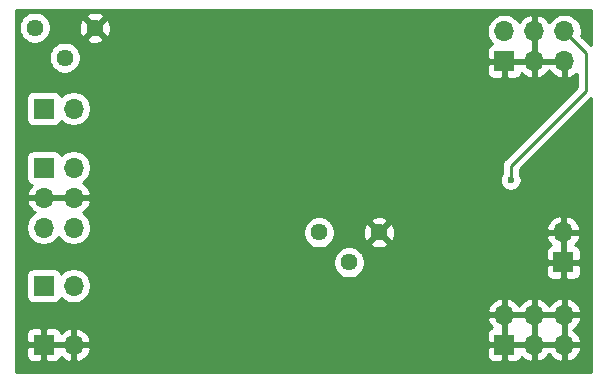
<source format=gbl>
G04 #@! TF.GenerationSoftware,KiCad,Pcbnew,5.1.5+dfsg1-2build2*
G04 #@! TF.CreationDate,2021-11-26T12:56:36+03:00*
G04 #@! TF.ProjectId,VoltReg,566f6c74-5265-4672-9e6b-696361645f70,rev?*
G04 #@! TF.SameCoordinates,Original*
G04 #@! TF.FileFunction,Copper,L2,Bot*
G04 #@! TF.FilePolarity,Positive*
%FSLAX46Y46*%
G04 Gerber Fmt 4.6, Leading zero omitted, Abs format (unit mm)*
G04 Created by KiCad (PCBNEW 5.1.5+dfsg1-2build2) date 2021-11-26 12:56:36*
%MOMM*%
%LPD*%
G04 APERTURE LIST*
%ADD10O,1.700000X1.700000*%
%ADD11R,1.700000X1.700000*%
%ADD12C,1.440000*%
%ADD13C,0.800000*%
%ADD14C,0.600000*%
%ADD15C,0.250000*%
%ADD16C,0.254000*%
G04 APERTURE END LIST*
D10*
X128080000Y-77460000D03*
X128080000Y-80000000D03*
X125540000Y-77460000D03*
X125540000Y-80000000D03*
X123000000Y-77460000D03*
D11*
X123000000Y-80000000D03*
D10*
X128000000Y-70485000D03*
D11*
X128000000Y-73025000D03*
D10*
X86540000Y-80000000D03*
D11*
X84000000Y-80000000D03*
D10*
X86540000Y-75000000D03*
D11*
X84000000Y-75000000D03*
D10*
X86540000Y-60000000D03*
D11*
X84000000Y-60000000D03*
D10*
X128080000Y-53460000D03*
X128080000Y-56000000D03*
X125540000Y-53460000D03*
X125540000Y-56000000D03*
X123000000Y-53460000D03*
D11*
X123000000Y-56000000D03*
D12*
X83248000Y-53155000D03*
X85788000Y-55695000D03*
X88328000Y-53155000D03*
X107315000Y-70485000D03*
X109855000Y-73025000D03*
X112395000Y-70485000D03*
D10*
X86540000Y-70080000D03*
X84000000Y-70080000D03*
X86540000Y-67540000D03*
X84000000Y-67540000D03*
X86540000Y-65000000D03*
D11*
X84000000Y-65000000D03*
D13*
X114353000Y-61634500D03*
X96520000Y-73025000D03*
X90170000Y-76200000D03*
X101219000Y-79375000D03*
D14*
X123547800Y-66040000D03*
D15*
X123547800Y-64847600D02*
X123547800Y-66040000D01*
X129895000Y-58500400D02*
X123547800Y-64847600D01*
X129895000Y-55275000D02*
X129895000Y-58500400D01*
X128080000Y-53460000D02*
X129895000Y-55275000D01*
D16*
G36*
X130340001Y-54645199D02*
G01*
X129521210Y-53826408D01*
X129565000Y-53606260D01*
X129565000Y-53313740D01*
X129507932Y-53026842D01*
X129395990Y-52756589D01*
X129233475Y-52513368D01*
X129026632Y-52306525D01*
X128783411Y-52144010D01*
X128513158Y-52032068D01*
X128226260Y-51975000D01*
X127933740Y-51975000D01*
X127646842Y-52032068D01*
X127376589Y-52144010D01*
X127133368Y-52306525D01*
X126926525Y-52513368D01*
X126804805Y-52695534D01*
X126735178Y-52578645D01*
X126540269Y-52362412D01*
X126306920Y-52188359D01*
X126044099Y-52063175D01*
X125896890Y-52018524D01*
X125667000Y-52139845D01*
X125667000Y-53333000D01*
X125687000Y-53333000D01*
X125687000Y-53587000D01*
X125667000Y-53587000D01*
X125667000Y-55873000D01*
X127953000Y-55873000D01*
X127953000Y-55853000D01*
X128207000Y-55853000D01*
X128207000Y-55873000D01*
X128227000Y-55873000D01*
X128227000Y-56127000D01*
X128207000Y-56127000D01*
X128207000Y-57320155D01*
X128436890Y-57441476D01*
X128584099Y-57396825D01*
X128846920Y-57271641D01*
X129080269Y-57097588D01*
X129135001Y-57036869D01*
X129135001Y-58185597D01*
X123036803Y-64283796D01*
X123007799Y-64307599D01*
X122952671Y-64374774D01*
X122912826Y-64423324D01*
X122842255Y-64555353D01*
X122842254Y-64555354D01*
X122798797Y-64698615D01*
X122787800Y-64810268D01*
X122787800Y-64810278D01*
X122784124Y-64847600D01*
X122787800Y-64884923D01*
X122787801Y-65494464D01*
X122719214Y-65597111D01*
X122648732Y-65767271D01*
X122612800Y-65947911D01*
X122612800Y-66132089D01*
X122648732Y-66312729D01*
X122719214Y-66482889D01*
X122821538Y-66636028D01*
X122951772Y-66766262D01*
X123104911Y-66868586D01*
X123275071Y-66939068D01*
X123455711Y-66975000D01*
X123639889Y-66975000D01*
X123820529Y-66939068D01*
X123990689Y-66868586D01*
X124143828Y-66766262D01*
X124274062Y-66636028D01*
X124376386Y-66482889D01*
X124446868Y-66312729D01*
X124482800Y-66132089D01*
X124482800Y-65947911D01*
X124446868Y-65767271D01*
X124376386Y-65597111D01*
X124307800Y-65494465D01*
X124307800Y-65162401D01*
X130340001Y-59130201D01*
X130340000Y-82340000D01*
X81660000Y-82340000D01*
X81660000Y-80850000D01*
X82511928Y-80850000D01*
X82524188Y-80974482D01*
X82560498Y-81094180D01*
X82619463Y-81204494D01*
X82698815Y-81301185D01*
X82795506Y-81380537D01*
X82905820Y-81439502D01*
X83025518Y-81475812D01*
X83150000Y-81488072D01*
X83714250Y-81485000D01*
X83873000Y-81326250D01*
X83873000Y-80127000D01*
X84127000Y-80127000D01*
X84127000Y-81326250D01*
X84285750Y-81485000D01*
X84850000Y-81488072D01*
X84974482Y-81475812D01*
X85094180Y-81439502D01*
X85204494Y-81380537D01*
X85301185Y-81301185D01*
X85380537Y-81204494D01*
X85439502Y-81094180D01*
X85462498Y-81018374D01*
X85658645Y-81195178D01*
X85908748Y-81344157D01*
X86183109Y-81441481D01*
X86413000Y-81320814D01*
X86413000Y-80127000D01*
X86667000Y-80127000D01*
X86667000Y-81320814D01*
X86896891Y-81441481D01*
X87171252Y-81344157D01*
X87421355Y-81195178D01*
X87637588Y-81000269D01*
X87749672Y-80850000D01*
X121511928Y-80850000D01*
X121524188Y-80974482D01*
X121560498Y-81094180D01*
X121619463Y-81204494D01*
X121698815Y-81301185D01*
X121795506Y-81380537D01*
X121905820Y-81439502D01*
X122025518Y-81475812D01*
X122150000Y-81488072D01*
X122714250Y-81485000D01*
X122873000Y-81326250D01*
X122873000Y-80127000D01*
X123127000Y-80127000D01*
X123127000Y-81326250D01*
X123285750Y-81485000D01*
X123850000Y-81488072D01*
X123974482Y-81475812D01*
X124094180Y-81439502D01*
X124204494Y-81380537D01*
X124301185Y-81301185D01*
X124380537Y-81204494D01*
X124439502Y-81094180D01*
X124463966Y-81013534D01*
X124539731Y-81097588D01*
X124773080Y-81271641D01*
X125035901Y-81396825D01*
X125183110Y-81441476D01*
X125413000Y-81320155D01*
X125413000Y-80127000D01*
X125667000Y-80127000D01*
X125667000Y-81320155D01*
X125896890Y-81441476D01*
X126044099Y-81396825D01*
X126306920Y-81271641D01*
X126540269Y-81097588D01*
X126735178Y-80881355D01*
X126810000Y-80755745D01*
X126884822Y-80881355D01*
X127079731Y-81097588D01*
X127313080Y-81271641D01*
X127575901Y-81396825D01*
X127723110Y-81441476D01*
X127953000Y-81320155D01*
X127953000Y-80127000D01*
X128207000Y-80127000D01*
X128207000Y-81320155D01*
X128436890Y-81441476D01*
X128584099Y-81396825D01*
X128846920Y-81271641D01*
X129080269Y-81097588D01*
X129275178Y-80881355D01*
X129424157Y-80631252D01*
X129521481Y-80356891D01*
X129400814Y-80127000D01*
X128207000Y-80127000D01*
X127953000Y-80127000D01*
X125667000Y-80127000D01*
X125413000Y-80127000D01*
X123127000Y-80127000D01*
X122873000Y-80127000D01*
X121673750Y-80127000D01*
X121515000Y-80285750D01*
X121511928Y-80850000D01*
X87749672Y-80850000D01*
X87811641Y-80766920D01*
X87936825Y-80504099D01*
X87981476Y-80356890D01*
X87860155Y-80127000D01*
X86667000Y-80127000D01*
X86413000Y-80127000D01*
X84127000Y-80127000D01*
X83873000Y-80127000D01*
X82673750Y-80127000D01*
X82515000Y-80285750D01*
X82511928Y-80850000D01*
X81660000Y-80850000D01*
X81660000Y-79150000D01*
X82511928Y-79150000D01*
X82515000Y-79714250D01*
X82673750Y-79873000D01*
X83873000Y-79873000D01*
X83873000Y-78673750D01*
X84127000Y-78673750D01*
X84127000Y-79873000D01*
X86413000Y-79873000D01*
X86413000Y-78679186D01*
X86667000Y-78679186D01*
X86667000Y-79873000D01*
X87860155Y-79873000D01*
X87981476Y-79643110D01*
X87936825Y-79495901D01*
X87811641Y-79233080D01*
X87749673Y-79150000D01*
X121511928Y-79150000D01*
X121515000Y-79714250D01*
X121673750Y-79873000D01*
X122873000Y-79873000D01*
X122873000Y-77587000D01*
X123127000Y-77587000D01*
X123127000Y-79873000D01*
X125413000Y-79873000D01*
X125413000Y-77587000D01*
X125667000Y-77587000D01*
X125667000Y-79873000D01*
X127953000Y-79873000D01*
X127953000Y-77587000D01*
X128207000Y-77587000D01*
X128207000Y-79873000D01*
X129400814Y-79873000D01*
X129521481Y-79643109D01*
X129424157Y-79368748D01*
X129275178Y-79118645D01*
X129080269Y-78902412D01*
X128849120Y-78730000D01*
X129080269Y-78557588D01*
X129275178Y-78341355D01*
X129424157Y-78091252D01*
X129521481Y-77816891D01*
X129400814Y-77587000D01*
X128207000Y-77587000D01*
X127953000Y-77587000D01*
X125667000Y-77587000D01*
X125413000Y-77587000D01*
X123127000Y-77587000D01*
X122873000Y-77587000D01*
X121679186Y-77587000D01*
X121558519Y-77816891D01*
X121655843Y-78091252D01*
X121804822Y-78341355D01*
X121981626Y-78537502D01*
X121905820Y-78560498D01*
X121795506Y-78619463D01*
X121698815Y-78698815D01*
X121619463Y-78795506D01*
X121560498Y-78905820D01*
X121524188Y-79025518D01*
X121511928Y-79150000D01*
X87749673Y-79150000D01*
X87637588Y-78999731D01*
X87421355Y-78804822D01*
X87171252Y-78655843D01*
X86896891Y-78558519D01*
X86667000Y-78679186D01*
X86413000Y-78679186D01*
X86183109Y-78558519D01*
X85908748Y-78655843D01*
X85658645Y-78804822D01*
X85462498Y-78981626D01*
X85439502Y-78905820D01*
X85380537Y-78795506D01*
X85301185Y-78698815D01*
X85204494Y-78619463D01*
X85094180Y-78560498D01*
X84974482Y-78524188D01*
X84850000Y-78511928D01*
X84285750Y-78515000D01*
X84127000Y-78673750D01*
X83873000Y-78673750D01*
X83714250Y-78515000D01*
X83150000Y-78511928D01*
X83025518Y-78524188D01*
X82905820Y-78560498D01*
X82795506Y-78619463D01*
X82698815Y-78698815D01*
X82619463Y-78795506D01*
X82560498Y-78905820D01*
X82524188Y-79025518D01*
X82511928Y-79150000D01*
X81660000Y-79150000D01*
X81660000Y-77103109D01*
X121558519Y-77103109D01*
X121679186Y-77333000D01*
X122873000Y-77333000D01*
X122873000Y-76139845D01*
X123127000Y-76139845D01*
X123127000Y-77333000D01*
X125413000Y-77333000D01*
X125413000Y-76139845D01*
X125667000Y-76139845D01*
X125667000Y-77333000D01*
X127953000Y-77333000D01*
X127953000Y-76139845D01*
X128207000Y-76139845D01*
X128207000Y-77333000D01*
X129400814Y-77333000D01*
X129521481Y-77103109D01*
X129424157Y-76828748D01*
X129275178Y-76578645D01*
X129080269Y-76362412D01*
X128846920Y-76188359D01*
X128584099Y-76063175D01*
X128436890Y-76018524D01*
X128207000Y-76139845D01*
X127953000Y-76139845D01*
X127723110Y-76018524D01*
X127575901Y-76063175D01*
X127313080Y-76188359D01*
X127079731Y-76362412D01*
X126884822Y-76578645D01*
X126810000Y-76704255D01*
X126735178Y-76578645D01*
X126540269Y-76362412D01*
X126306920Y-76188359D01*
X126044099Y-76063175D01*
X125896890Y-76018524D01*
X125667000Y-76139845D01*
X125413000Y-76139845D01*
X125183110Y-76018524D01*
X125035901Y-76063175D01*
X124773080Y-76188359D01*
X124539731Y-76362412D01*
X124344822Y-76578645D01*
X124270000Y-76704255D01*
X124195178Y-76578645D01*
X124000269Y-76362412D01*
X123766920Y-76188359D01*
X123504099Y-76063175D01*
X123356890Y-76018524D01*
X123127000Y-76139845D01*
X122873000Y-76139845D01*
X122643110Y-76018524D01*
X122495901Y-76063175D01*
X122233080Y-76188359D01*
X121999731Y-76362412D01*
X121804822Y-76578645D01*
X121655843Y-76828748D01*
X121558519Y-77103109D01*
X81660000Y-77103109D01*
X81660000Y-74150000D01*
X82511928Y-74150000D01*
X82511928Y-75850000D01*
X82524188Y-75974482D01*
X82560498Y-76094180D01*
X82619463Y-76204494D01*
X82698815Y-76301185D01*
X82795506Y-76380537D01*
X82905820Y-76439502D01*
X83025518Y-76475812D01*
X83150000Y-76488072D01*
X84850000Y-76488072D01*
X84974482Y-76475812D01*
X85094180Y-76439502D01*
X85204494Y-76380537D01*
X85301185Y-76301185D01*
X85380537Y-76204494D01*
X85439502Y-76094180D01*
X85461513Y-76021620D01*
X85593368Y-76153475D01*
X85836589Y-76315990D01*
X86106842Y-76427932D01*
X86393740Y-76485000D01*
X86686260Y-76485000D01*
X86973158Y-76427932D01*
X87243411Y-76315990D01*
X87486632Y-76153475D01*
X87693475Y-75946632D01*
X87855990Y-75703411D01*
X87967932Y-75433158D01*
X88025000Y-75146260D01*
X88025000Y-74853740D01*
X87967932Y-74566842D01*
X87855990Y-74296589D01*
X87693475Y-74053368D01*
X87486632Y-73846525D01*
X87243411Y-73684010D01*
X86973158Y-73572068D01*
X86686260Y-73515000D01*
X86393740Y-73515000D01*
X86106842Y-73572068D01*
X85836589Y-73684010D01*
X85593368Y-73846525D01*
X85461513Y-73978380D01*
X85439502Y-73905820D01*
X85380537Y-73795506D01*
X85301185Y-73698815D01*
X85204494Y-73619463D01*
X85094180Y-73560498D01*
X84974482Y-73524188D01*
X84850000Y-73511928D01*
X83150000Y-73511928D01*
X83025518Y-73524188D01*
X82905820Y-73560498D01*
X82795506Y-73619463D01*
X82698815Y-73698815D01*
X82619463Y-73795506D01*
X82560498Y-73905820D01*
X82524188Y-74025518D01*
X82511928Y-74150000D01*
X81660000Y-74150000D01*
X81660000Y-72891544D01*
X108500000Y-72891544D01*
X108500000Y-73158456D01*
X108552072Y-73420239D01*
X108654215Y-73666833D01*
X108802503Y-73888762D01*
X108991238Y-74077497D01*
X109213167Y-74225785D01*
X109459761Y-74327928D01*
X109721544Y-74380000D01*
X109988456Y-74380000D01*
X110250239Y-74327928D01*
X110496833Y-74225785D01*
X110718762Y-74077497D01*
X110907497Y-73888762D01*
X110916692Y-73875000D01*
X126511928Y-73875000D01*
X126524188Y-73999482D01*
X126560498Y-74119180D01*
X126619463Y-74229494D01*
X126698815Y-74326185D01*
X126795506Y-74405537D01*
X126905820Y-74464502D01*
X127025518Y-74500812D01*
X127150000Y-74513072D01*
X127714250Y-74510000D01*
X127873000Y-74351250D01*
X127873000Y-73152000D01*
X128127000Y-73152000D01*
X128127000Y-74351250D01*
X128285750Y-74510000D01*
X128850000Y-74513072D01*
X128974482Y-74500812D01*
X129094180Y-74464502D01*
X129204494Y-74405537D01*
X129301185Y-74326185D01*
X129380537Y-74229494D01*
X129439502Y-74119180D01*
X129475812Y-73999482D01*
X129488072Y-73875000D01*
X129485000Y-73310750D01*
X129326250Y-73152000D01*
X128127000Y-73152000D01*
X127873000Y-73152000D01*
X126673750Y-73152000D01*
X126515000Y-73310750D01*
X126511928Y-73875000D01*
X110916692Y-73875000D01*
X111055785Y-73666833D01*
X111157928Y-73420239D01*
X111210000Y-73158456D01*
X111210000Y-72891544D01*
X111157928Y-72629761D01*
X111055785Y-72383167D01*
X110916693Y-72175000D01*
X126511928Y-72175000D01*
X126515000Y-72739250D01*
X126673750Y-72898000D01*
X127873000Y-72898000D01*
X127873000Y-70612000D01*
X128127000Y-70612000D01*
X128127000Y-72898000D01*
X129326250Y-72898000D01*
X129485000Y-72739250D01*
X129488072Y-72175000D01*
X129475812Y-72050518D01*
X129439502Y-71930820D01*
X129380537Y-71820506D01*
X129301185Y-71723815D01*
X129204494Y-71644463D01*
X129094180Y-71585498D01*
X129018374Y-71562502D01*
X129195178Y-71366355D01*
X129344157Y-71116252D01*
X129441481Y-70841891D01*
X129320814Y-70612000D01*
X128127000Y-70612000D01*
X127873000Y-70612000D01*
X126679186Y-70612000D01*
X126558519Y-70841891D01*
X126655843Y-71116252D01*
X126804822Y-71366355D01*
X126981626Y-71562502D01*
X126905820Y-71585498D01*
X126795506Y-71644463D01*
X126698815Y-71723815D01*
X126619463Y-71820506D01*
X126560498Y-71930820D01*
X126524188Y-72050518D01*
X126511928Y-72175000D01*
X110916693Y-72175000D01*
X110907497Y-72161238D01*
X110718762Y-71972503D01*
X110496833Y-71824215D01*
X110250239Y-71722072D01*
X109988456Y-71670000D01*
X109721544Y-71670000D01*
X109459761Y-71722072D01*
X109213167Y-71824215D01*
X108991238Y-71972503D01*
X108802503Y-72161238D01*
X108654215Y-72383167D01*
X108552072Y-72629761D01*
X108500000Y-72891544D01*
X81660000Y-72891544D01*
X81660000Y-69933740D01*
X82515000Y-69933740D01*
X82515000Y-70226260D01*
X82572068Y-70513158D01*
X82684010Y-70783411D01*
X82846525Y-71026632D01*
X83053368Y-71233475D01*
X83296589Y-71395990D01*
X83566842Y-71507932D01*
X83853740Y-71565000D01*
X84146260Y-71565000D01*
X84433158Y-71507932D01*
X84703411Y-71395990D01*
X84946632Y-71233475D01*
X85153475Y-71026632D01*
X85270000Y-70852240D01*
X85386525Y-71026632D01*
X85593368Y-71233475D01*
X85836589Y-71395990D01*
X86106842Y-71507932D01*
X86393740Y-71565000D01*
X86686260Y-71565000D01*
X86973158Y-71507932D01*
X87243411Y-71395990D01*
X87486632Y-71233475D01*
X87693475Y-71026632D01*
X87855990Y-70783411D01*
X87967932Y-70513158D01*
X88000079Y-70351544D01*
X105960000Y-70351544D01*
X105960000Y-70618456D01*
X106012072Y-70880239D01*
X106114215Y-71126833D01*
X106262503Y-71348762D01*
X106451238Y-71537497D01*
X106673167Y-71685785D01*
X106919761Y-71787928D01*
X107181544Y-71840000D01*
X107448456Y-71840000D01*
X107710239Y-71787928D01*
X107956833Y-71685785D01*
X108178762Y-71537497D01*
X108295699Y-71420560D01*
X111639045Y-71420560D01*
X111700932Y-71656368D01*
X111942790Y-71769266D01*
X112202027Y-71832811D01*
X112468680Y-71844561D01*
X112732501Y-71804063D01*
X112983353Y-71712875D01*
X113089068Y-71656368D01*
X113150955Y-71420560D01*
X112395000Y-70664605D01*
X111639045Y-71420560D01*
X108295699Y-71420560D01*
X108367497Y-71348762D01*
X108515785Y-71126833D01*
X108617928Y-70880239D01*
X108670000Y-70618456D01*
X108670000Y-70558680D01*
X111035439Y-70558680D01*
X111075937Y-70822501D01*
X111167125Y-71073353D01*
X111223632Y-71179068D01*
X111459440Y-71240955D01*
X112215395Y-70485000D01*
X112574605Y-70485000D01*
X113330560Y-71240955D01*
X113566368Y-71179068D01*
X113679266Y-70937210D01*
X113742811Y-70677973D01*
X113754561Y-70411320D01*
X113714063Y-70147499D01*
X113707015Y-70128109D01*
X126558519Y-70128109D01*
X126679186Y-70358000D01*
X127873000Y-70358000D01*
X127873000Y-69164845D01*
X128127000Y-69164845D01*
X128127000Y-70358000D01*
X129320814Y-70358000D01*
X129441481Y-70128109D01*
X129344157Y-69853748D01*
X129195178Y-69603645D01*
X129000269Y-69387412D01*
X128766920Y-69213359D01*
X128504099Y-69088175D01*
X128356890Y-69043524D01*
X128127000Y-69164845D01*
X127873000Y-69164845D01*
X127643110Y-69043524D01*
X127495901Y-69088175D01*
X127233080Y-69213359D01*
X126999731Y-69387412D01*
X126804822Y-69603645D01*
X126655843Y-69853748D01*
X126558519Y-70128109D01*
X113707015Y-70128109D01*
X113622875Y-69896647D01*
X113566368Y-69790932D01*
X113330560Y-69729045D01*
X112574605Y-70485000D01*
X112215395Y-70485000D01*
X111459440Y-69729045D01*
X111223632Y-69790932D01*
X111110734Y-70032790D01*
X111047189Y-70292027D01*
X111035439Y-70558680D01*
X108670000Y-70558680D01*
X108670000Y-70351544D01*
X108617928Y-70089761D01*
X108515785Y-69843167D01*
X108367497Y-69621238D01*
X108295699Y-69549440D01*
X111639045Y-69549440D01*
X112395000Y-70305395D01*
X113150955Y-69549440D01*
X113089068Y-69313632D01*
X112847210Y-69200734D01*
X112587973Y-69137189D01*
X112321320Y-69125439D01*
X112057499Y-69165937D01*
X111806647Y-69257125D01*
X111700932Y-69313632D01*
X111639045Y-69549440D01*
X108295699Y-69549440D01*
X108178762Y-69432503D01*
X107956833Y-69284215D01*
X107710239Y-69182072D01*
X107448456Y-69130000D01*
X107181544Y-69130000D01*
X106919761Y-69182072D01*
X106673167Y-69284215D01*
X106451238Y-69432503D01*
X106262503Y-69621238D01*
X106114215Y-69843167D01*
X106012072Y-70089761D01*
X105960000Y-70351544D01*
X88000079Y-70351544D01*
X88025000Y-70226260D01*
X88025000Y-69933740D01*
X87967932Y-69646842D01*
X87855990Y-69376589D01*
X87693475Y-69133368D01*
X87486632Y-68926525D01*
X87304466Y-68804805D01*
X87421355Y-68735178D01*
X87637588Y-68540269D01*
X87811641Y-68306920D01*
X87936825Y-68044099D01*
X87981476Y-67896890D01*
X87860155Y-67667000D01*
X86667000Y-67667000D01*
X86667000Y-67687000D01*
X86413000Y-67687000D01*
X86413000Y-67667000D01*
X84127000Y-67667000D01*
X84127000Y-67687000D01*
X83873000Y-67687000D01*
X83873000Y-67667000D01*
X82679845Y-67667000D01*
X82558524Y-67896890D01*
X82603175Y-68044099D01*
X82728359Y-68306920D01*
X82902412Y-68540269D01*
X83118645Y-68735178D01*
X83235534Y-68804805D01*
X83053368Y-68926525D01*
X82846525Y-69133368D01*
X82684010Y-69376589D01*
X82572068Y-69646842D01*
X82515000Y-69933740D01*
X81660000Y-69933740D01*
X81660000Y-64150000D01*
X82511928Y-64150000D01*
X82511928Y-65850000D01*
X82524188Y-65974482D01*
X82560498Y-66094180D01*
X82619463Y-66204494D01*
X82698815Y-66301185D01*
X82795506Y-66380537D01*
X82905820Y-66439502D01*
X82986466Y-66463966D01*
X82902412Y-66539731D01*
X82728359Y-66773080D01*
X82603175Y-67035901D01*
X82558524Y-67183110D01*
X82679845Y-67413000D01*
X83873000Y-67413000D01*
X83873000Y-67393000D01*
X84127000Y-67393000D01*
X84127000Y-67413000D01*
X86413000Y-67413000D01*
X86413000Y-67393000D01*
X86667000Y-67393000D01*
X86667000Y-67413000D01*
X87860155Y-67413000D01*
X87981476Y-67183110D01*
X87936825Y-67035901D01*
X87811641Y-66773080D01*
X87637588Y-66539731D01*
X87421355Y-66344822D01*
X87304466Y-66275195D01*
X87486632Y-66153475D01*
X87693475Y-65946632D01*
X87855990Y-65703411D01*
X87967932Y-65433158D01*
X88025000Y-65146260D01*
X88025000Y-64853740D01*
X87967932Y-64566842D01*
X87855990Y-64296589D01*
X87693475Y-64053368D01*
X87486632Y-63846525D01*
X87243411Y-63684010D01*
X86973158Y-63572068D01*
X86686260Y-63515000D01*
X86393740Y-63515000D01*
X86106842Y-63572068D01*
X85836589Y-63684010D01*
X85593368Y-63846525D01*
X85461513Y-63978380D01*
X85439502Y-63905820D01*
X85380537Y-63795506D01*
X85301185Y-63698815D01*
X85204494Y-63619463D01*
X85094180Y-63560498D01*
X84974482Y-63524188D01*
X84850000Y-63511928D01*
X83150000Y-63511928D01*
X83025518Y-63524188D01*
X82905820Y-63560498D01*
X82795506Y-63619463D01*
X82698815Y-63698815D01*
X82619463Y-63795506D01*
X82560498Y-63905820D01*
X82524188Y-64025518D01*
X82511928Y-64150000D01*
X81660000Y-64150000D01*
X81660000Y-59150000D01*
X82511928Y-59150000D01*
X82511928Y-60850000D01*
X82524188Y-60974482D01*
X82560498Y-61094180D01*
X82619463Y-61204494D01*
X82698815Y-61301185D01*
X82795506Y-61380537D01*
X82905820Y-61439502D01*
X83025518Y-61475812D01*
X83150000Y-61488072D01*
X84850000Y-61488072D01*
X84974482Y-61475812D01*
X85094180Y-61439502D01*
X85204494Y-61380537D01*
X85301185Y-61301185D01*
X85380537Y-61204494D01*
X85439502Y-61094180D01*
X85461513Y-61021620D01*
X85593368Y-61153475D01*
X85836589Y-61315990D01*
X86106842Y-61427932D01*
X86393740Y-61485000D01*
X86686260Y-61485000D01*
X86973158Y-61427932D01*
X87243411Y-61315990D01*
X87486632Y-61153475D01*
X87693475Y-60946632D01*
X87855990Y-60703411D01*
X87967932Y-60433158D01*
X88025000Y-60146260D01*
X88025000Y-59853740D01*
X87967932Y-59566842D01*
X87855990Y-59296589D01*
X87693475Y-59053368D01*
X87486632Y-58846525D01*
X87243411Y-58684010D01*
X86973158Y-58572068D01*
X86686260Y-58515000D01*
X86393740Y-58515000D01*
X86106842Y-58572068D01*
X85836589Y-58684010D01*
X85593368Y-58846525D01*
X85461513Y-58978380D01*
X85439502Y-58905820D01*
X85380537Y-58795506D01*
X85301185Y-58698815D01*
X85204494Y-58619463D01*
X85094180Y-58560498D01*
X84974482Y-58524188D01*
X84850000Y-58511928D01*
X83150000Y-58511928D01*
X83025518Y-58524188D01*
X82905820Y-58560498D01*
X82795506Y-58619463D01*
X82698815Y-58698815D01*
X82619463Y-58795506D01*
X82560498Y-58905820D01*
X82524188Y-59025518D01*
X82511928Y-59150000D01*
X81660000Y-59150000D01*
X81660000Y-55561544D01*
X84433000Y-55561544D01*
X84433000Y-55828456D01*
X84485072Y-56090239D01*
X84587215Y-56336833D01*
X84735503Y-56558762D01*
X84924238Y-56747497D01*
X85146167Y-56895785D01*
X85392761Y-56997928D01*
X85654544Y-57050000D01*
X85921456Y-57050000D01*
X86183239Y-56997928D01*
X86429833Y-56895785D01*
X86498355Y-56850000D01*
X121511928Y-56850000D01*
X121524188Y-56974482D01*
X121560498Y-57094180D01*
X121619463Y-57204494D01*
X121698815Y-57301185D01*
X121795506Y-57380537D01*
X121905820Y-57439502D01*
X122025518Y-57475812D01*
X122150000Y-57488072D01*
X122714250Y-57485000D01*
X122873000Y-57326250D01*
X122873000Y-56127000D01*
X123127000Y-56127000D01*
X123127000Y-57326250D01*
X123285750Y-57485000D01*
X123850000Y-57488072D01*
X123974482Y-57475812D01*
X124094180Y-57439502D01*
X124204494Y-57380537D01*
X124301185Y-57301185D01*
X124380537Y-57204494D01*
X124439502Y-57094180D01*
X124463966Y-57013534D01*
X124539731Y-57097588D01*
X124773080Y-57271641D01*
X125035901Y-57396825D01*
X125183110Y-57441476D01*
X125413000Y-57320155D01*
X125413000Y-56127000D01*
X125667000Y-56127000D01*
X125667000Y-57320155D01*
X125896890Y-57441476D01*
X126044099Y-57396825D01*
X126306920Y-57271641D01*
X126540269Y-57097588D01*
X126735178Y-56881355D01*
X126810000Y-56755745D01*
X126884822Y-56881355D01*
X127079731Y-57097588D01*
X127313080Y-57271641D01*
X127575901Y-57396825D01*
X127723110Y-57441476D01*
X127953000Y-57320155D01*
X127953000Y-56127000D01*
X125667000Y-56127000D01*
X125413000Y-56127000D01*
X123127000Y-56127000D01*
X122873000Y-56127000D01*
X121673750Y-56127000D01*
X121515000Y-56285750D01*
X121511928Y-56850000D01*
X86498355Y-56850000D01*
X86651762Y-56747497D01*
X86840497Y-56558762D01*
X86988785Y-56336833D01*
X87090928Y-56090239D01*
X87143000Y-55828456D01*
X87143000Y-55561544D01*
X87090928Y-55299761D01*
X87028895Y-55150000D01*
X121511928Y-55150000D01*
X121515000Y-55714250D01*
X121673750Y-55873000D01*
X122873000Y-55873000D01*
X122873000Y-55853000D01*
X123127000Y-55853000D01*
X123127000Y-55873000D01*
X125413000Y-55873000D01*
X125413000Y-53587000D01*
X125393000Y-53587000D01*
X125393000Y-53333000D01*
X125413000Y-53333000D01*
X125413000Y-52139845D01*
X125183110Y-52018524D01*
X125035901Y-52063175D01*
X124773080Y-52188359D01*
X124539731Y-52362412D01*
X124344822Y-52578645D01*
X124275195Y-52695534D01*
X124153475Y-52513368D01*
X123946632Y-52306525D01*
X123703411Y-52144010D01*
X123433158Y-52032068D01*
X123146260Y-51975000D01*
X122853740Y-51975000D01*
X122566842Y-52032068D01*
X122296589Y-52144010D01*
X122053368Y-52306525D01*
X121846525Y-52513368D01*
X121684010Y-52756589D01*
X121572068Y-53026842D01*
X121515000Y-53313740D01*
X121515000Y-53606260D01*
X121572068Y-53893158D01*
X121684010Y-54163411D01*
X121846525Y-54406632D01*
X121978380Y-54538487D01*
X121905820Y-54560498D01*
X121795506Y-54619463D01*
X121698815Y-54698815D01*
X121619463Y-54795506D01*
X121560498Y-54905820D01*
X121524188Y-55025518D01*
X121511928Y-55150000D01*
X87028895Y-55150000D01*
X86988785Y-55053167D01*
X86840497Y-54831238D01*
X86651762Y-54642503D01*
X86429833Y-54494215D01*
X86183239Y-54392072D01*
X85921456Y-54340000D01*
X85654544Y-54340000D01*
X85392761Y-54392072D01*
X85146167Y-54494215D01*
X84924238Y-54642503D01*
X84735503Y-54831238D01*
X84587215Y-55053167D01*
X84485072Y-55299761D01*
X84433000Y-55561544D01*
X81660000Y-55561544D01*
X81660000Y-53021544D01*
X81893000Y-53021544D01*
X81893000Y-53288456D01*
X81945072Y-53550239D01*
X82047215Y-53796833D01*
X82195503Y-54018762D01*
X82384238Y-54207497D01*
X82606167Y-54355785D01*
X82852761Y-54457928D01*
X83114544Y-54510000D01*
X83381456Y-54510000D01*
X83643239Y-54457928D01*
X83889833Y-54355785D01*
X84111762Y-54207497D01*
X84228699Y-54090560D01*
X87572045Y-54090560D01*
X87633932Y-54326368D01*
X87875790Y-54439266D01*
X88135027Y-54502811D01*
X88401680Y-54514561D01*
X88665501Y-54474063D01*
X88916353Y-54382875D01*
X89022068Y-54326368D01*
X89083955Y-54090560D01*
X88328000Y-53334605D01*
X87572045Y-54090560D01*
X84228699Y-54090560D01*
X84300497Y-54018762D01*
X84448785Y-53796833D01*
X84550928Y-53550239D01*
X84603000Y-53288456D01*
X84603000Y-53228680D01*
X86968439Y-53228680D01*
X87008937Y-53492501D01*
X87100125Y-53743353D01*
X87156632Y-53849068D01*
X87392440Y-53910955D01*
X88148395Y-53155000D01*
X88507605Y-53155000D01*
X89263560Y-53910955D01*
X89499368Y-53849068D01*
X89612266Y-53607210D01*
X89675811Y-53347973D01*
X89687561Y-53081320D01*
X89647063Y-52817499D01*
X89555875Y-52566647D01*
X89499368Y-52460932D01*
X89263560Y-52399045D01*
X88507605Y-53155000D01*
X88148395Y-53155000D01*
X87392440Y-52399045D01*
X87156632Y-52460932D01*
X87043734Y-52702790D01*
X86980189Y-52962027D01*
X86968439Y-53228680D01*
X84603000Y-53228680D01*
X84603000Y-53021544D01*
X84550928Y-52759761D01*
X84448785Y-52513167D01*
X84300497Y-52291238D01*
X84228699Y-52219440D01*
X87572045Y-52219440D01*
X88328000Y-52975395D01*
X89083955Y-52219440D01*
X89022068Y-51983632D01*
X88780210Y-51870734D01*
X88520973Y-51807189D01*
X88254320Y-51795439D01*
X87990499Y-51835937D01*
X87739647Y-51927125D01*
X87633932Y-51983632D01*
X87572045Y-52219440D01*
X84228699Y-52219440D01*
X84111762Y-52102503D01*
X83889833Y-51954215D01*
X83643239Y-51852072D01*
X83381456Y-51800000D01*
X83114544Y-51800000D01*
X82852761Y-51852072D01*
X82606167Y-51954215D01*
X82384238Y-52102503D01*
X82195503Y-52291238D01*
X82047215Y-52513167D01*
X81945072Y-52759761D01*
X81893000Y-53021544D01*
X81660000Y-53021544D01*
X81660000Y-51660000D01*
X130340001Y-51660000D01*
X130340001Y-54645199D01*
G37*
X130340001Y-54645199D02*
X129521210Y-53826408D01*
X129565000Y-53606260D01*
X129565000Y-53313740D01*
X129507932Y-53026842D01*
X129395990Y-52756589D01*
X129233475Y-52513368D01*
X129026632Y-52306525D01*
X128783411Y-52144010D01*
X128513158Y-52032068D01*
X128226260Y-51975000D01*
X127933740Y-51975000D01*
X127646842Y-52032068D01*
X127376589Y-52144010D01*
X127133368Y-52306525D01*
X126926525Y-52513368D01*
X126804805Y-52695534D01*
X126735178Y-52578645D01*
X126540269Y-52362412D01*
X126306920Y-52188359D01*
X126044099Y-52063175D01*
X125896890Y-52018524D01*
X125667000Y-52139845D01*
X125667000Y-53333000D01*
X125687000Y-53333000D01*
X125687000Y-53587000D01*
X125667000Y-53587000D01*
X125667000Y-55873000D01*
X127953000Y-55873000D01*
X127953000Y-55853000D01*
X128207000Y-55853000D01*
X128207000Y-55873000D01*
X128227000Y-55873000D01*
X128227000Y-56127000D01*
X128207000Y-56127000D01*
X128207000Y-57320155D01*
X128436890Y-57441476D01*
X128584099Y-57396825D01*
X128846920Y-57271641D01*
X129080269Y-57097588D01*
X129135001Y-57036869D01*
X129135001Y-58185597D01*
X123036803Y-64283796D01*
X123007799Y-64307599D01*
X122952671Y-64374774D01*
X122912826Y-64423324D01*
X122842255Y-64555353D01*
X122842254Y-64555354D01*
X122798797Y-64698615D01*
X122787800Y-64810268D01*
X122787800Y-64810278D01*
X122784124Y-64847600D01*
X122787800Y-64884923D01*
X122787801Y-65494464D01*
X122719214Y-65597111D01*
X122648732Y-65767271D01*
X122612800Y-65947911D01*
X122612800Y-66132089D01*
X122648732Y-66312729D01*
X122719214Y-66482889D01*
X122821538Y-66636028D01*
X122951772Y-66766262D01*
X123104911Y-66868586D01*
X123275071Y-66939068D01*
X123455711Y-66975000D01*
X123639889Y-66975000D01*
X123820529Y-66939068D01*
X123990689Y-66868586D01*
X124143828Y-66766262D01*
X124274062Y-66636028D01*
X124376386Y-66482889D01*
X124446868Y-66312729D01*
X124482800Y-66132089D01*
X124482800Y-65947911D01*
X124446868Y-65767271D01*
X124376386Y-65597111D01*
X124307800Y-65494465D01*
X124307800Y-65162401D01*
X130340001Y-59130201D01*
X130340000Y-82340000D01*
X81660000Y-82340000D01*
X81660000Y-80850000D01*
X82511928Y-80850000D01*
X82524188Y-80974482D01*
X82560498Y-81094180D01*
X82619463Y-81204494D01*
X82698815Y-81301185D01*
X82795506Y-81380537D01*
X82905820Y-81439502D01*
X83025518Y-81475812D01*
X83150000Y-81488072D01*
X83714250Y-81485000D01*
X83873000Y-81326250D01*
X83873000Y-80127000D01*
X84127000Y-80127000D01*
X84127000Y-81326250D01*
X84285750Y-81485000D01*
X84850000Y-81488072D01*
X84974482Y-81475812D01*
X85094180Y-81439502D01*
X85204494Y-81380537D01*
X85301185Y-81301185D01*
X85380537Y-81204494D01*
X85439502Y-81094180D01*
X85462498Y-81018374D01*
X85658645Y-81195178D01*
X85908748Y-81344157D01*
X86183109Y-81441481D01*
X86413000Y-81320814D01*
X86413000Y-80127000D01*
X86667000Y-80127000D01*
X86667000Y-81320814D01*
X86896891Y-81441481D01*
X87171252Y-81344157D01*
X87421355Y-81195178D01*
X87637588Y-81000269D01*
X87749672Y-80850000D01*
X121511928Y-80850000D01*
X121524188Y-80974482D01*
X121560498Y-81094180D01*
X121619463Y-81204494D01*
X121698815Y-81301185D01*
X121795506Y-81380537D01*
X121905820Y-81439502D01*
X122025518Y-81475812D01*
X122150000Y-81488072D01*
X122714250Y-81485000D01*
X122873000Y-81326250D01*
X122873000Y-80127000D01*
X123127000Y-80127000D01*
X123127000Y-81326250D01*
X123285750Y-81485000D01*
X123850000Y-81488072D01*
X123974482Y-81475812D01*
X124094180Y-81439502D01*
X124204494Y-81380537D01*
X124301185Y-81301185D01*
X124380537Y-81204494D01*
X124439502Y-81094180D01*
X124463966Y-81013534D01*
X124539731Y-81097588D01*
X124773080Y-81271641D01*
X125035901Y-81396825D01*
X125183110Y-81441476D01*
X125413000Y-81320155D01*
X125413000Y-80127000D01*
X125667000Y-80127000D01*
X125667000Y-81320155D01*
X125896890Y-81441476D01*
X126044099Y-81396825D01*
X126306920Y-81271641D01*
X126540269Y-81097588D01*
X126735178Y-80881355D01*
X126810000Y-80755745D01*
X126884822Y-80881355D01*
X127079731Y-81097588D01*
X127313080Y-81271641D01*
X127575901Y-81396825D01*
X127723110Y-81441476D01*
X127953000Y-81320155D01*
X127953000Y-80127000D01*
X128207000Y-80127000D01*
X128207000Y-81320155D01*
X128436890Y-81441476D01*
X128584099Y-81396825D01*
X128846920Y-81271641D01*
X129080269Y-81097588D01*
X129275178Y-80881355D01*
X129424157Y-80631252D01*
X129521481Y-80356891D01*
X129400814Y-80127000D01*
X128207000Y-80127000D01*
X127953000Y-80127000D01*
X125667000Y-80127000D01*
X125413000Y-80127000D01*
X123127000Y-80127000D01*
X122873000Y-80127000D01*
X121673750Y-80127000D01*
X121515000Y-80285750D01*
X121511928Y-80850000D01*
X87749672Y-80850000D01*
X87811641Y-80766920D01*
X87936825Y-80504099D01*
X87981476Y-80356890D01*
X87860155Y-80127000D01*
X86667000Y-80127000D01*
X86413000Y-80127000D01*
X84127000Y-80127000D01*
X83873000Y-80127000D01*
X82673750Y-80127000D01*
X82515000Y-80285750D01*
X82511928Y-80850000D01*
X81660000Y-80850000D01*
X81660000Y-79150000D01*
X82511928Y-79150000D01*
X82515000Y-79714250D01*
X82673750Y-79873000D01*
X83873000Y-79873000D01*
X83873000Y-78673750D01*
X84127000Y-78673750D01*
X84127000Y-79873000D01*
X86413000Y-79873000D01*
X86413000Y-78679186D01*
X86667000Y-78679186D01*
X86667000Y-79873000D01*
X87860155Y-79873000D01*
X87981476Y-79643110D01*
X87936825Y-79495901D01*
X87811641Y-79233080D01*
X87749673Y-79150000D01*
X121511928Y-79150000D01*
X121515000Y-79714250D01*
X121673750Y-79873000D01*
X122873000Y-79873000D01*
X122873000Y-77587000D01*
X123127000Y-77587000D01*
X123127000Y-79873000D01*
X125413000Y-79873000D01*
X125413000Y-77587000D01*
X125667000Y-77587000D01*
X125667000Y-79873000D01*
X127953000Y-79873000D01*
X127953000Y-77587000D01*
X128207000Y-77587000D01*
X128207000Y-79873000D01*
X129400814Y-79873000D01*
X129521481Y-79643109D01*
X129424157Y-79368748D01*
X129275178Y-79118645D01*
X129080269Y-78902412D01*
X128849120Y-78730000D01*
X129080269Y-78557588D01*
X129275178Y-78341355D01*
X129424157Y-78091252D01*
X129521481Y-77816891D01*
X129400814Y-77587000D01*
X128207000Y-77587000D01*
X127953000Y-77587000D01*
X125667000Y-77587000D01*
X125413000Y-77587000D01*
X123127000Y-77587000D01*
X122873000Y-77587000D01*
X121679186Y-77587000D01*
X121558519Y-77816891D01*
X121655843Y-78091252D01*
X121804822Y-78341355D01*
X121981626Y-78537502D01*
X121905820Y-78560498D01*
X121795506Y-78619463D01*
X121698815Y-78698815D01*
X121619463Y-78795506D01*
X121560498Y-78905820D01*
X121524188Y-79025518D01*
X121511928Y-79150000D01*
X87749673Y-79150000D01*
X87637588Y-78999731D01*
X87421355Y-78804822D01*
X87171252Y-78655843D01*
X86896891Y-78558519D01*
X86667000Y-78679186D01*
X86413000Y-78679186D01*
X86183109Y-78558519D01*
X85908748Y-78655843D01*
X85658645Y-78804822D01*
X85462498Y-78981626D01*
X85439502Y-78905820D01*
X85380537Y-78795506D01*
X85301185Y-78698815D01*
X85204494Y-78619463D01*
X85094180Y-78560498D01*
X84974482Y-78524188D01*
X84850000Y-78511928D01*
X84285750Y-78515000D01*
X84127000Y-78673750D01*
X83873000Y-78673750D01*
X83714250Y-78515000D01*
X83150000Y-78511928D01*
X83025518Y-78524188D01*
X82905820Y-78560498D01*
X82795506Y-78619463D01*
X82698815Y-78698815D01*
X82619463Y-78795506D01*
X82560498Y-78905820D01*
X82524188Y-79025518D01*
X82511928Y-79150000D01*
X81660000Y-79150000D01*
X81660000Y-77103109D01*
X121558519Y-77103109D01*
X121679186Y-77333000D01*
X122873000Y-77333000D01*
X122873000Y-76139845D01*
X123127000Y-76139845D01*
X123127000Y-77333000D01*
X125413000Y-77333000D01*
X125413000Y-76139845D01*
X125667000Y-76139845D01*
X125667000Y-77333000D01*
X127953000Y-77333000D01*
X127953000Y-76139845D01*
X128207000Y-76139845D01*
X128207000Y-77333000D01*
X129400814Y-77333000D01*
X129521481Y-77103109D01*
X129424157Y-76828748D01*
X129275178Y-76578645D01*
X129080269Y-76362412D01*
X128846920Y-76188359D01*
X128584099Y-76063175D01*
X128436890Y-76018524D01*
X128207000Y-76139845D01*
X127953000Y-76139845D01*
X127723110Y-76018524D01*
X127575901Y-76063175D01*
X127313080Y-76188359D01*
X127079731Y-76362412D01*
X126884822Y-76578645D01*
X126810000Y-76704255D01*
X126735178Y-76578645D01*
X126540269Y-76362412D01*
X126306920Y-76188359D01*
X126044099Y-76063175D01*
X125896890Y-76018524D01*
X125667000Y-76139845D01*
X125413000Y-76139845D01*
X125183110Y-76018524D01*
X125035901Y-76063175D01*
X124773080Y-76188359D01*
X124539731Y-76362412D01*
X124344822Y-76578645D01*
X124270000Y-76704255D01*
X124195178Y-76578645D01*
X124000269Y-76362412D01*
X123766920Y-76188359D01*
X123504099Y-76063175D01*
X123356890Y-76018524D01*
X123127000Y-76139845D01*
X122873000Y-76139845D01*
X122643110Y-76018524D01*
X122495901Y-76063175D01*
X122233080Y-76188359D01*
X121999731Y-76362412D01*
X121804822Y-76578645D01*
X121655843Y-76828748D01*
X121558519Y-77103109D01*
X81660000Y-77103109D01*
X81660000Y-74150000D01*
X82511928Y-74150000D01*
X82511928Y-75850000D01*
X82524188Y-75974482D01*
X82560498Y-76094180D01*
X82619463Y-76204494D01*
X82698815Y-76301185D01*
X82795506Y-76380537D01*
X82905820Y-76439502D01*
X83025518Y-76475812D01*
X83150000Y-76488072D01*
X84850000Y-76488072D01*
X84974482Y-76475812D01*
X85094180Y-76439502D01*
X85204494Y-76380537D01*
X85301185Y-76301185D01*
X85380537Y-76204494D01*
X85439502Y-76094180D01*
X85461513Y-76021620D01*
X85593368Y-76153475D01*
X85836589Y-76315990D01*
X86106842Y-76427932D01*
X86393740Y-76485000D01*
X86686260Y-76485000D01*
X86973158Y-76427932D01*
X87243411Y-76315990D01*
X87486632Y-76153475D01*
X87693475Y-75946632D01*
X87855990Y-75703411D01*
X87967932Y-75433158D01*
X88025000Y-75146260D01*
X88025000Y-74853740D01*
X87967932Y-74566842D01*
X87855990Y-74296589D01*
X87693475Y-74053368D01*
X87486632Y-73846525D01*
X87243411Y-73684010D01*
X86973158Y-73572068D01*
X86686260Y-73515000D01*
X86393740Y-73515000D01*
X86106842Y-73572068D01*
X85836589Y-73684010D01*
X85593368Y-73846525D01*
X85461513Y-73978380D01*
X85439502Y-73905820D01*
X85380537Y-73795506D01*
X85301185Y-73698815D01*
X85204494Y-73619463D01*
X85094180Y-73560498D01*
X84974482Y-73524188D01*
X84850000Y-73511928D01*
X83150000Y-73511928D01*
X83025518Y-73524188D01*
X82905820Y-73560498D01*
X82795506Y-73619463D01*
X82698815Y-73698815D01*
X82619463Y-73795506D01*
X82560498Y-73905820D01*
X82524188Y-74025518D01*
X82511928Y-74150000D01*
X81660000Y-74150000D01*
X81660000Y-72891544D01*
X108500000Y-72891544D01*
X108500000Y-73158456D01*
X108552072Y-73420239D01*
X108654215Y-73666833D01*
X108802503Y-73888762D01*
X108991238Y-74077497D01*
X109213167Y-74225785D01*
X109459761Y-74327928D01*
X109721544Y-74380000D01*
X109988456Y-74380000D01*
X110250239Y-74327928D01*
X110496833Y-74225785D01*
X110718762Y-74077497D01*
X110907497Y-73888762D01*
X110916692Y-73875000D01*
X126511928Y-73875000D01*
X126524188Y-73999482D01*
X126560498Y-74119180D01*
X126619463Y-74229494D01*
X126698815Y-74326185D01*
X126795506Y-74405537D01*
X126905820Y-74464502D01*
X127025518Y-74500812D01*
X127150000Y-74513072D01*
X127714250Y-74510000D01*
X127873000Y-74351250D01*
X127873000Y-73152000D01*
X128127000Y-73152000D01*
X128127000Y-74351250D01*
X128285750Y-74510000D01*
X128850000Y-74513072D01*
X128974482Y-74500812D01*
X129094180Y-74464502D01*
X129204494Y-74405537D01*
X129301185Y-74326185D01*
X129380537Y-74229494D01*
X129439502Y-74119180D01*
X129475812Y-73999482D01*
X129488072Y-73875000D01*
X129485000Y-73310750D01*
X129326250Y-73152000D01*
X128127000Y-73152000D01*
X127873000Y-73152000D01*
X126673750Y-73152000D01*
X126515000Y-73310750D01*
X126511928Y-73875000D01*
X110916692Y-73875000D01*
X111055785Y-73666833D01*
X111157928Y-73420239D01*
X111210000Y-73158456D01*
X111210000Y-72891544D01*
X111157928Y-72629761D01*
X111055785Y-72383167D01*
X110916693Y-72175000D01*
X126511928Y-72175000D01*
X126515000Y-72739250D01*
X126673750Y-72898000D01*
X127873000Y-72898000D01*
X127873000Y-70612000D01*
X128127000Y-70612000D01*
X128127000Y-72898000D01*
X129326250Y-72898000D01*
X129485000Y-72739250D01*
X129488072Y-72175000D01*
X129475812Y-72050518D01*
X129439502Y-71930820D01*
X129380537Y-71820506D01*
X129301185Y-71723815D01*
X129204494Y-71644463D01*
X129094180Y-71585498D01*
X129018374Y-71562502D01*
X129195178Y-71366355D01*
X129344157Y-71116252D01*
X129441481Y-70841891D01*
X129320814Y-70612000D01*
X128127000Y-70612000D01*
X127873000Y-70612000D01*
X126679186Y-70612000D01*
X126558519Y-70841891D01*
X126655843Y-71116252D01*
X126804822Y-71366355D01*
X126981626Y-71562502D01*
X126905820Y-71585498D01*
X126795506Y-71644463D01*
X126698815Y-71723815D01*
X126619463Y-71820506D01*
X126560498Y-71930820D01*
X126524188Y-72050518D01*
X126511928Y-72175000D01*
X110916693Y-72175000D01*
X110907497Y-72161238D01*
X110718762Y-71972503D01*
X110496833Y-71824215D01*
X110250239Y-71722072D01*
X109988456Y-71670000D01*
X109721544Y-71670000D01*
X109459761Y-71722072D01*
X109213167Y-71824215D01*
X108991238Y-71972503D01*
X108802503Y-72161238D01*
X108654215Y-72383167D01*
X108552072Y-72629761D01*
X108500000Y-72891544D01*
X81660000Y-72891544D01*
X81660000Y-69933740D01*
X82515000Y-69933740D01*
X82515000Y-70226260D01*
X82572068Y-70513158D01*
X82684010Y-70783411D01*
X82846525Y-71026632D01*
X83053368Y-71233475D01*
X83296589Y-71395990D01*
X83566842Y-71507932D01*
X83853740Y-71565000D01*
X84146260Y-71565000D01*
X84433158Y-71507932D01*
X84703411Y-71395990D01*
X84946632Y-71233475D01*
X85153475Y-71026632D01*
X85270000Y-70852240D01*
X85386525Y-71026632D01*
X85593368Y-71233475D01*
X85836589Y-71395990D01*
X86106842Y-71507932D01*
X86393740Y-71565000D01*
X86686260Y-71565000D01*
X86973158Y-71507932D01*
X87243411Y-71395990D01*
X87486632Y-71233475D01*
X87693475Y-71026632D01*
X87855990Y-70783411D01*
X87967932Y-70513158D01*
X88000079Y-70351544D01*
X105960000Y-70351544D01*
X105960000Y-70618456D01*
X106012072Y-70880239D01*
X106114215Y-71126833D01*
X106262503Y-71348762D01*
X106451238Y-71537497D01*
X106673167Y-71685785D01*
X106919761Y-71787928D01*
X107181544Y-71840000D01*
X107448456Y-71840000D01*
X107710239Y-71787928D01*
X107956833Y-71685785D01*
X108178762Y-71537497D01*
X108295699Y-71420560D01*
X111639045Y-71420560D01*
X111700932Y-71656368D01*
X111942790Y-71769266D01*
X112202027Y-71832811D01*
X112468680Y-71844561D01*
X112732501Y-71804063D01*
X112983353Y-71712875D01*
X113089068Y-71656368D01*
X113150955Y-71420560D01*
X112395000Y-70664605D01*
X111639045Y-71420560D01*
X108295699Y-71420560D01*
X108367497Y-71348762D01*
X108515785Y-71126833D01*
X108617928Y-70880239D01*
X108670000Y-70618456D01*
X108670000Y-70558680D01*
X111035439Y-70558680D01*
X111075937Y-70822501D01*
X111167125Y-71073353D01*
X111223632Y-71179068D01*
X111459440Y-71240955D01*
X112215395Y-70485000D01*
X112574605Y-70485000D01*
X113330560Y-71240955D01*
X113566368Y-71179068D01*
X113679266Y-70937210D01*
X113742811Y-70677973D01*
X113754561Y-70411320D01*
X113714063Y-70147499D01*
X113707015Y-70128109D01*
X126558519Y-70128109D01*
X126679186Y-70358000D01*
X127873000Y-70358000D01*
X127873000Y-69164845D01*
X128127000Y-69164845D01*
X128127000Y-70358000D01*
X129320814Y-70358000D01*
X129441481Y-70128109D01*
X129344157Y-69853748D01*
X129195178Y-69603645D01*
X129000269Y-69387412D01*
X128766920Y-69213359D01*
X128504099Y-69088175D01*
X128356890Y-69043524D01*
X128127000Y-69164845D01*
X127873000Y-69164845D01*
X127643110Y-69043524D01*
X127495901Y-69088175D01*
X127233080Y-69213359D01*
X126999731Y-69387412D01*
X126804822Y-69603645D01*
X126655843Y-69853748D01*
X126558519Y-70128109D01*
X113707015Y-70128109D01*
X113622875Y-69896647D01*
X113566368Y-69790932D01*
X113330560Y-69729045D01*
X112574605Y-70485000D01*
X112215395Y-70485000D01*
X111459440Y-69729045D01*
X111223632Y-69790932D01*
X111110734Y-70032790D01*
X111047189Y-70292027D01*
X111035439Y-70558680D01*
X108670000Y-70558680D01*
X108670000Y-70351544D01*
X108617928Y-70089761D01*
X108515785Y-69843167D01*
X108367497Y-69621238D01*
X108295699Y-69549440D01*
X111639045Y-69549440D01*
X112395000Y-70305395D01*
X113150955Y-69549440D01*
X113089068Y-69313632D01*
X112847210Y-69200734D01*
X112587973Y-69137189D01*
X112321320Y-69125439D01*
X112057499Y-69165937D01*
X111806647Y-69257125D01*
X111700932Y-69313632D01*
X111639045Y-69549440D01*
X108295699Y-69549440D01*
X108178762Y-69432503D01*
X107956833Y-69284215D01*
X107710239Y-69182072D01*
X107448456Y-69130000D01*
X107181544Y-69130000D01*
X106919761Y-69182072D01*
X106673167Y-69284215D01*
X106451238Y-69432503D01*
X106262503Y-69621238D01*
X106114215Y-69843167D01*
X106012072Y-70089761D01*
X105960000Y-70351544D01*
X88000079Y-70351544D01*
X88025000Y-70226260D01*
X88025000Y-69933740D01*
X87967932Y-69646842D01*
X87855990Y-69376589D01*
X87693475Y-69133368D01*
X87486632Y-68926525D01*
X87304466Y-68804805D01*
X87421355Y-68735178D01*
X87637588Y-68540269D01*
X87811641Y-68306920D01*
X87936825Y-68044099D01*
X87981476Y-67896890D01*
X87860155Y-67667000D01*
X86667000Y-67667000D01*
X86667000Y-67687000D01*
X86413000Y-67687000D01*
X86413000Y-67667000D01*
X84127000Y-67667000D01*
X84127000Y-67687000D01*
X83873000Y-67687000D01*
X83873000Y-67667000D01*
X82679845Y-67667000D01*
X82558524Y-67896890D01*
X82603175Y-68044099D01*
X82728359Y-68306920D01*
X82902412Y-68540269D01*
X83118645Y-68735178D01*
X83235534Y-68804805D01*
X83053368Y-68926525D01*
X82846525Y-69133368D01*
X82684010Y-69376589D01*
X82572068Y-69646842D01*
X82515000Y-69933740D01*
X81660000Y-69933740D01*
X81660000Y-64150000D01*
X82511928Y-64150000D01*
X82511928Y-65850000D01*
X82524188Y-65974482D01*
X82560498Y-66094180D01*
X82619463Y-66204494D01*
X82698815Y-66301185D01*
X82795506Y-66380537D01*
X82905820Y-66439502D01*
X82986466Y-66463966D01*
X82902412Y-66539731D01*
X82728359Y-66773080D01*
X82603175Y-67035901D01*
X82558524Y-67183110D01*
X82679845Y-67413000D01*
X83873000Y-67413000D01*
X83873000Y-67393000D01*
X84127000Y-67393000D01*
X84127000Y-67413000D01*
X86413000Y-67413000D01*
X86413000Y-67393000D01*
X86667000Y-67393000D01*
X86667000Y-67413000D01*
X87860155Y-67413000D01*
X87981476Y-67183110D01*
X87936825Y-67035901D01*
X87811641Y-66773080D01*
X87637588Y-66539731D01*
X87421355Y-66344822D01*
X87304466Y-66275195D01*
X87486632Y-66153475D01*
X87693475Y-65946632D01*
X87855990Y-65703411D01*
X87967932Y-65433158D01*
X88025000Y-65146260D01*
X88025000Y-64853740D01*
X87967932Y-64566842D01*
X87855990Y-64296589D01*
X87693475Y-64053368D01*
X87486632Y-63846525D01*
X87243411Y-63684010D01*
X86973158Y-63572068D01*
X86686260Y-63515000D01*
X86393740Y-63515000D01*
X86106842Y-63572068D01*
X85836589Y-63684010D01*
X85593368Y-63846525D01*
X85461513Y-63978380D01*
X85439502Y-63905820D01*
X85380537Y-63795506D01*
X85301185Y-63698815D01*
X85204494Y-63619463D01*
X85094180Y-63560498D01*
X84974482Y-63524188D01*
X84850000Y-63511928D01*
X83150000Y-63511928D01*
X83025518Y-63524188D01*
X82905820Y-63560498D01*
X82795506Y-63619463D01*
X82698815Y-63698815D01*
X82619463Y-63795506D01*
X82560498Y-63905820D01*
X82524188Y-64025518D01*
X82511928Y-64150000D01*
X81660000Y-64150000D01*
X81660000Y-59150000D01*
X82511928Y-59150000D01*
X82511928Y-60850000D01*
X82524188Y-60974482D01*
X82560498Y-61094180D01*
X82619463Y-61204494D01*
X82698815Y-61301185D01*
X82795506Y-61380537D01*
X82905820Y-61439502D01*
X83025518Y-61475812D01*
X83150000Y-61488072D01*
X84850000Y-61488072D01*
X84974482Y-61475812D01*
X85094180Y-61439502D01*
X85204494Y-61380537D01*
X85301185Y-61301185D01*
X85380537Y-61204494D01*
X85439502Y-61094180D01*
X85461513Y-61021620D01*
X85593368Y-61153475D01*
X85836589Y-61315990D01*
X86106842Y-61427932D01*
X86393740Y-61485000D01*
X86686260Y-61485000D01*
X86973158Y-61427932D01*
X87243411Y-61315990D01*
X87486632Y-61153475D01*
X87693475Y-60946632D01*
X87855990Y-60703411D01*
X87967932Y-60433158D01*
X88025000Y-60146260D01*
X88025000Y-59853740D01*
X87967932Y-59566842D01*
X87855990Y-59296589D01*
X87693475Y-59053368D01*
X87486632Y-58846525D01*
X87243411Y-58684010D01*
X86973158Y-58572068D01*
X86686260Y-58515000D01*
X86393740Y-58515000D01*
X86106842Y-58572068D01*
X85836589Y-58684010D01*
X85593368Y-58846525D01*
X85461513Y-58978380D01*
X85439502Y-58905820D01*
X85380537Y-58795506D01*
X85301185Y-58698815D01*
X85204494Y-58619463D01*
X85094180Y-58560498D01*
X84974482Y-58524188D01*
X84850000Y-58511928D01*
X83150000Y-58511928D01*
X83025518Y-58524188D01*
X82905820Y-58560498D01*
X82795506Y-58619463D01*
X82698815Y-58698815D01*
X82619463Y-58795506D01*
X82560498Y-58905820D01*
X82524188Y-59025518D01*
X82511928Y-59150000D01*
X81660000Y-59150000D01*
X81660000Y-55561544D01*
X84433000Y-55561544D01*
X84433000Y-55828456D01*
X84485072Y-56090239D01*
X84587215Y-56336833D01*
X84735503Y-56558762D01*
X84924238Y-56747497D01*
X85146167Y-56895785D01*
X85392761Y-56997928D01*
X85654544Y-57050000D01*
X85921456Y-57050000D01*
X86183239Y-56997928D01*
X86429833Y-56895785D01*
X86498355Y-56850000D01*
X121511928Y-56850000D01*
X121524188Y-56974482D01*
X121560498Y-57094180D01*
X121619463Y-57204494D01*
X121698815Y-57301185D01*
X121795506Y-57380537D01*
X121905820Y-57439502D01*
X122025518Y-57475812D01*
X122150000Y-57488072D01*
X122714250Y-57485000D01*
X122873000Y-57326250D01*
X122873000Y-56127000D01*
X123127000Y-56127000D01*
X123127000Y-57326250D01*
X123285750Y-57485000D01*
X123850000Y-57488072D01*
X123974482Y-57475812D01*
X124094180Y-57439502D01*
X124204494Y-57380537D01*
X124301185Y-57301185D01*
X124380537Y-57204494D01*
X124439502Y-57094180D01*
X124463966Y-57013534D01*
X124539731Y-57097588D01*
X124773080Y-57271641D01*
X125035901Y-57396825D01*
X125183110Y-57441476D01*
X125413000Y-57320155D01*
X125413000Y-56127000D01*
X125667000Y-56127000D01*
X125667000Y-57320155D01*
X125896890Y-57441476D01*
X126044099Y-57396825D01*
X126306920Y-57271641D01*
X126540269Y-57097588D01*
X126735178Y-56881355D01*
X126810000Y-56755745D01*
X126884822Y-56881355D01*
X127079731Y-57097588D01*
X127313080Y-57271641D01*
X127575901Y-57396825D01*
X127723110Y-57441476D01*
X127953000Y-57320155D01*
X127953000Y-56127000D01*
X125667000Y-56127000D01*
X125413000Y-56127000D01*
X123127000Y-56127000D01*
X122873000Y-56127000D01*
X121673750Y-56127000D01*
X121515000Y-56285750D01*
X121511928Y-56850000D01*
X86498355Y-56850000D01*
X86651762Y-56747497D01*
X86840497Y-56558762D01*
X86988785Y-56336833D01*
X87090928Y-56090239D01*
X87143000Y-55828456D01*
X87143000Y-55561544D01*
X87090928Y-55299761D01*
X87028895Y-55150000D01*
X121511928Y-55150000D01*
X121515000Y-55714250D01*
X121673750Y-55873000D01*
X122873000Y-55873000D01*
X122873000Y-55853000D01*
X123127000Y-55853000D01*
X123127000Y-55873000D01*
X125413000Y-55873000D01*
X125413000Y-53587000D01*
X125393000Y-53587000D01*
X125393000Y-53333000D01*
X125413000Y-53333000D01*
X125413000Y-52139845D01*
X125183110Y-52018524D01*
X125035901Y-52063175D01*
X124773080Y-52188359D01*
X124539731Y-52362412D01*
X124344822Y-52578645D01*
X124275195Y-52695534D01*
X124153475Y-52513368D01*
X123946632Y-52306525D01*
X123703411Y-52144010D01*
X123433158Y-52032068D01*
X123146260Y-51975000D01*
X122853740Y-51975000D01*
X122566842Y-52032068D01*
X122296589Y-52144010D01*
X122053368Y-52306525D01*
X121846525Y-52513368D01*
X121684010Y-52756589D01*
X121572068Y-53026842D01*
X121515000Y-53313740D01*
X121515000Y-53606260D01*
X121572068Y-53893158D01*
X121684010Y-54163411D01*
X121846525Y-54406632D01*
X121978380Y-54538487D01*
X121905820Y-54560498D01*
X121795506Y-54619463D01*
X121698815Y-54698815D01*
X121619463Y-54795506D01*
X121560498Y-54905820D01*
X121524188Y-55025518D01*
X121511928Y-55150000D01*
X87028895Y-55150000D01*
X86988785Y-55053167D01*
X86840497Y-54831238D01*
X86651762Y-54642503D01*
X86429833Y-54494215D01*
X86183239Y-54392072D01*
X85921456Y-54340000D01*
X85654544Y-54340000D01*
X85392761Y-54392072D01*
X85146167Y-54494215D01*
X84924238Y-54642503D01*
X84735503Y-54831238D01*
X84587215Y-55053167D01*
X84485072Y-55299761D01*
X84433000Y-55561544D01*
X81660000Y-55561544D01*
X81660000Y-53021544D01*
X81893000Y-53021544D01*
X81893000Y-53288456D01*
X81945072Y-53550239D01*
X82047215Y-53796833D01*
X82195503Y-54018762D01*
X82384238Y-54207497D01*
X82606167Y-54355785D01*
X82852761Y-54457928D01*
X83114544Y-54510000D01*
X83381456Y-54510000D01*
X83643239Y-54457928D01*
X83889833Y-54355785D01*
X84111762Y-54207497D01*
X84228699Y-54090560D01*
X87572045Y-54090560D01*
X87633932Y-54326368D01*
X87875790Y-54439266D01*
X88135027Y-54502811D01*
X88401680Y-54514561D01*
X88665501Y-54474063D01*
X88916353Y-54382875D01*
X89022068Y-54326368D01*
X89083955Y-54090560D01*
X88328000Y-53334605D01*
X87572045Y-54090560D01*
X84228699Y-54090560D01*
X84300497Y-54018762D01*
X84448785Y-53796833D01*
X84550928Y-53550239D01*
X84603000Y-53288456D01*
X84603000Y-53228680D01*
X86968439Y-53228680D01*
X87008937Y-53492501D01*
X87100125Y-53743353D01*
X87156632Y-53849068D01*
X87392440Y-53910955D01*
X88148395Y-53155000D01*
X88507605Y-53155000D01*
X89263560Y-53910955D01*
X89499368Y-53849068D01*
X89612266Y-53607210D01*
X89675811Y-53347973D01*
X89687561Y-53081320D01*
X89647063Y-52817499D01*
X89555875Y-52566647D01*
X89499368Y-52460932D01*
X89263560Y-52399045D01*
X88507605Y-53155000D01*
X88148395Y-53155000D01*
X87392440Y-52399045D01*
X87156632Y-52460932D01*
X87043734Y-52702790D01*
X86980189Y-52962027D01*
X86968439Y-53228680D01*
X84603000Y-53228680D01*
X84603000Y-53021544D01*
X84550928Y-52759761D01*
X84448785Y-52513167D01*
X84300497Y-52291238D01*
X84228699Y-52219440D01*
X87572045Y-52219440D01*
X88328000Y-52975395D01*
X89083955Y-52219440D01*
X89022068Y-51983632D01*
X88780210Y-51870734D01*
X88520973Y-51807189D01*
X88254320Y-51795439D01*
X87990499Y-51835937D01*
X87739647Y-51927125D01*
X87633932Y-51983632D01*
X87572045Y-52219440D01*
X84228699Y-52219440D01*
X84111762Y-52102503D01*
X83889833Y-51954215D01*
X83643239Y-51852072D01*
X83381456Y-51800000D01*
X83114544Y-51800000D01*
X82852761Y-51852072D01*
X82606167Y-51954215D01*
X82384238Y-52102503D01*
X82195503Y-52291238D01*
X82047215Y-52513167D01*
X81945072Y-52759761D01*
X81893000Y-53021544D01*
X81660000Y-53021544D01*
X81660000Y-51660000D01*
X130340001Y-51660000D01*
X130340001Y-54645199D01*
M02*

</source>
